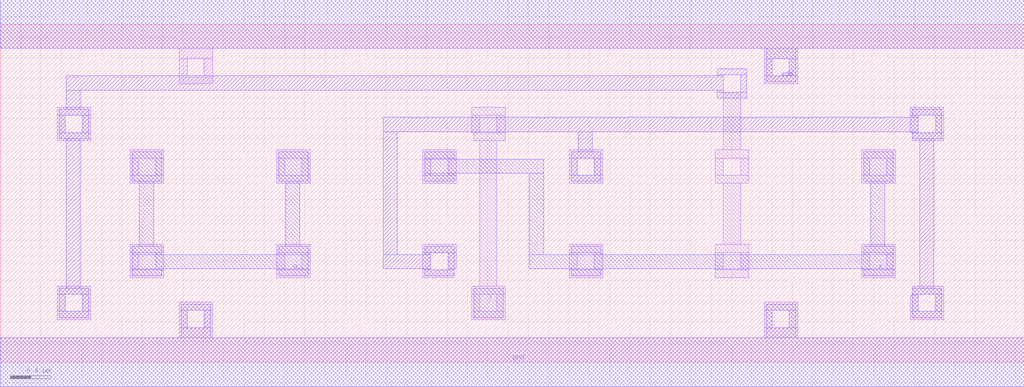
<source format=lef>
VERSION 5.7 ;
  NOWIREEXTENSIONATPIN ON ;
  DIVIDERCHAR "/" ;
  BUSBITCHARS "[]" ;
MACRO XNOR2X1
  CLASS CORE ;
  FOREIGN XNOR2X1 ;
  ORIGIN 0.000 0.000 ;
  SIZE 10.080 BY 3.330 ;
  SYMMETRY X Y R90 ;
  SITE unit ;
  PIN vdd
    DIRECTION INOUT ;
    USE POWER ;
    SHAPE ABUTMENT ;
    PORT
      LAYER met1 ;
        RECT 0.000 3.090 10.080 3.570 ;
        RECT 7.540 2.990 7.830 3.090 ;
        RECT 7.540 2.820 7.600 2.990 ;
        RECT 7.770 2.820 7.830 2.990 ;
        RECT 7.540 2.760 7.830 2.820 ;
    END
    PORT
      LAYER li1 ;
        RECT 0.000 3.090 10.080 3.570 ;
        RECT 1.760 2.990 2.090 3.090 ;
        RECT 1.760 2.820 1.840 2.990 ;
        RECT 2.010 2.820 2.090 2.990 ;
        RECT 1.760 2.740 2.090 2.820 ;
        RECT 7.520 2.990 7.850 3.090 ;
        RECT 7.520 2.820 7.600 2.990 ;
        RECT 7.770 2.820 7.850 2.990 ;
        RECT 7.520 2.740 7.850 2.820 ;
    END
  END vdd
  PIN gnd
    DIRECTION INOUT ;
    USE GROUND ;
    SHAPE ABUTMENT ;
    PORT
      LAYER met1 ;
        RECT 1.780 0.510 2.070 0.570 ;
        RECT 1.780 0.340 1.840 0.510 ;
        RECT 2.010 0.340 2.070 0.510 ;
        RECT 1.780 0.240 2.070 0.340 ;
        RECT 7.540 0.510 7.830 0.570 ;
        RECT 7.540 0.340 7.600 0.510 ;
        RECT 7.770 0.340 7.830 0.510 ;
        RECT 7.540 0.240 7.830 0.340 ;
        RECT 0.000 -0.240 10.080 0.240 ;
    END
    PORT
      LAYER li1 ;
        RECT 1.760 0.510 2.090 0.590 ;
        RECT 1.760 0.340 1.840 0.510 ;
        RECT 2.010 0.340 2.090 0.510 ;
        RECT 1.760 0.240 2.090 0.340 ;
        RECT 7.520 0.510 7.850 0.590 ;
        RECT 7.520 0.340 7.600 0.510 ;
        RECT 7.770 0.340 7.850 0.510 ;
        RECT 7.520 0.240 7.850 0.340 ;
        RECT 0.000 -0.240 10.080 0.240 ;
    END
  END gnd
  PIN Y
    DIRECTION INOUT ;
    USE SIGNAL ;
    SHAPE ABUTMENT ;
    PORT
      LAYER met1 ;
        RECT 4.660 0.440 4.950 0.730 ;
    END
  END Y
  PIN B
    DIRECTION INOUT ;
    USE SIGNAL ;
    SHAPE ABUTMENT ;
    PORT
      LAYER met1 ;
        RECT 1.300 1.780 1.590 2.070 ;
        RECT 2.740 1.780 3.030 2.070 ;
        RECT 1.370 1.140 1.510 1.780 ;
        RECT 2.810 1.140 2.950 1.780 ;
        RECT 1.300 1.060 1.590 1.140 ;
        RECT 2.740 1.060 3.030 1.140 ;
        RECT 1.300 0.920 3.030 1.060 ;
        RECT 1.300 0.850 1.590 0.920 ;
        RECT 2.740 0.850 3.030 0.920 ;
    END
  END B
  PIN A
    DIRECTION INOUT ;
    USE SIGNAL ;
    SHAPE ABUTMENT ;
    PORT
      LAYER met1 ;
        RECT 4.180 2.000 4.470 2.070 ;
        RECT 4.180 1.860 5.350 2.000 ;
        RECT 4.180 1.780 4.470 1.860 ;
        RECT 5.210 1.060 5.350 1.860 ;
        RECT 8.500 1.780 8.790 2.070 ;
        RECT 8.570 1.140 8.710 1.780 ;
        RECT 5.620 1.060 5.910 1.140 ;
        RECT 8.500 1.060 8.790 1.140 ;
        RECT 5.210 0.920 8.790 1.060 ;
        RECT 5.620 0.850 5.910 0.920 ;
        RECT 8.500 0.850 8.790 0.920 ;
    END
  END A
  OBS
      LAYER li1 ;
        RECT 0.560 2.430 0.890 2.510 ;
        RECT 0.560 2.260 0.640 2.430 ;
        RECT 0.810 2.260 0.890 2.430 ;
        RECT 4.640 2.430 4.970 2.510 ;
        RECT 4.640 2.260 4.720 2.430 ;
        RECT 4.890 2.260 4.970 2.430 ;
        RECT 0.560 2.180 0.890 2.260 ;
        RECT 4.660 2.180 4.970 2.260 ;
        RECT 1.280 2.010 1.610 2.090 ;
        RECT 1.280 1.840 1.360 2.010 ;
        RECT 1.530 1.840 1.610 2.010 ;
        RECT 1.280 1.760 1.610 1.840 ;
        RECT 2.720 2.010 3.050 2.090 ;
        RECT 2.720 1.840 2.800 2.010 ;
        RECT 2.970 1.840 3.050 2.010 ;
        RECT 2.720 1.760 3.050 1.840 ;
        RECT 4.160 2.010 4.490 2.090 ;
        RECT 4.160 1.840 4.240 2.010 ;
        RECT 4.410 1.840 4.490 2.010 ;
        RECT 4.160 1.760 4.490 1.840 ;
        RECT 1.280 1.080 1.610 1.160 ;
        RECT 1.280 0.910 1.360 1.080 ;
        RECT 1.530 0.910 1.610 1.080 ;
        RECT 1.280 0.830 1.610 0.910 ;
        RECT 2.720 1.080 3.050 1.160 ;
        RECT 2.720 0.910 2.800 1.080 ;
        RECT 2.970 0.910 3.050 1.080 ;
        RECT 2.720 0.830 3.050 0.910 ;
        RECT 4.160 1.080 4.490 1.160 ;
        RECT 4.160 0.910 4.240 1.080 ;
        RECT 4.410 0.920 4.490 1.080 ;
        RECT 4.410 0.910 4.470 0.920 ;
        RECT 4.160 0.830 4.470 0.910 ;
        RECT 4.720 0.750 4.890 2.180 ;
        RECT 7.120 2.090 7.290 2.660 ;
        RECT 8.960 2.430 9.290 2.510 ;
        RECT 8.960 2.260 9.040 2.430 ;
        RECT 9.210 2.260 9.290 2.430 ;
        RECT 8.980 2.180 9.290 2.260 ;
        RECT 5.600 2.010 5.930 2.090 ;
        RECT 5.600 1.840 5.680 2.010 ;
        RECT 5.850 1.840 5.930 2.010 ;
        RECT 5.600 1.760 5.930 1.840 ;
        RECT 7.040 2.010 7.370 2.090 ;
        RECT 7.040 1.840 7.120 2.010 ;
        RECT 7.290 1.840 7.370 2.010 ;
        RECT 7.040 1.760 7.370 1.840 ;
        RECT 8.480 2.010 8.810 2.090 ;
        RECT 8.480 1.840 8.560 2.010 ;
        RECT 8.730 1.840 8.810 2.010 ;
        RECT 8.480 1.760 8.810 1.840 ;
        RECT 7.120 1.160 7.290 1.760 ;
        RECT 5.600 1.080 5.930 1.160 ;
        RECT 5.600 0.910 5.680 1.080 ;
        RECT 5.850 0.910 5.930 1.080 ;
        RECT 5.600 0.830 5.930 0.910 ;
        RECT 7.040 1.080 7.370 1.160 ;
        RECT 7.040 0.910 7.120 1.080 ;
        RECT 7.290 0.910 7.370 1.080 ;
        RECT 7.040 0.830 7.370 0.910 ;
        RECT 8.480 1.080 8.810 1.160 ;
        RECT 8.480 0.910 8.560 1.080 ;
        RECT 8.730 0.910 8.810 1.080 ;
        RECT 8.480 0.830 8.810 0.910 ;
        RECT 0.560 0.670 0.890 0.750 ;
        RECT 0.560 0.500 0.640 0.670 ;
        RECT 0.810 0.500 0.890 0.670 ;
        RECT 0.560 0.420 0.890 0.500 ;
        RECT 4.640 0.670 4.970 0.750 ;
        RECT 4.640 0.500 4.720 0.670 ;
        RECT 4.890 0.500 4.970 0.670 ;
        RECT 8.980 0.670 9.290 0.750 ;
        RECT 8.980 0.660 9.040 0.670 ;
        RECT 4.640 0.420 4.970 0.500 ;
        RECT 8.960 0.500 9.040 0.660 ;
        RECT 9.210 0.500 9.290 0.670 ;
        RECT 8.960 0.420 9.290 0.500 ;
      LAYER met1 ;
        RECT 7.060 2.830 7.350 2.890 ;
        RECT 7.060 2.820 7.120 2.830 ;
        RECT 0.650 2.680 7.120 2.820 ;
        RECT 0.650 2.490 0.790 2.680 ;
        RECT 7.060 2.660 7.120 2.680 ;
        RECT 7.290 2.660 7.350 2.830 ;
        RECT 7.060 2.600 7.350 2.660 ;
        RECT 0.580 2.430 0.870 2.490 ;
        RECT 0.580 2.260 0.640 2.430 ;
        RECT 0.810 2.260 0.870 2.430 ;
        RECT 8.980 2.430 9.270 2.490 ;
        RECT 8.980 2.410 9.040 2.430 ;
        RECT 0.580 2.200 0.870 2.260 ;
        RECT 3.770 2.270 9.040 2.410 ;
        RECT 0.650 0.730 0.790 2.200 ;
        RECT 3.770 1.060 3.910 2.270 ;
        RECT 5.690 2.070 5.830 2.270 ;
        RECT 8.980 2.260 9.040 2.270 ;
        RECT 9.210 2.260 9.270 2.430 ;
        RECT 8.980 2.200 9.270 2.260 ;
        RECT 5.620 2.010 5.910 2.070 ;
        RECT 5.620 1.840 5.680 2.010 ;
        RECT 5.850 1.840 5.910 2.010 ;
        RECT 5.620 1.780 5.910 1.840 ;
        RECT 4.180 1.080 4.470 1.140 ;
        RECT 4.180 1.060 4.240 1.080 ;
        RECT 3.770 0.920 4.240 1.060 ;
        RECT 4.180 0.910 4.240 0.920 ;
        RECT 4.410 0.910 4.470 1.080 ;
        RECT 4.180 0.850 4.470 0.910 ;
        RECT 9.050 0.730 9.190 2.200 ;
        RECT 0.580 0.670 0.870 0.730 ;
        RECT 0.580 0.500 0.640 0.670 ;
        RECT 0.810 0.500 0.870 0.670 ;
        RECT 0.580 0.440 0.870 0.500 ;
        RECT 8.980 0.670 9.270 0.730 ;
        RECT 8.980 0.500 9.040 0.670 ;
        RECT 9.210 0.500 9.270 0.670 ;
        RECT 8.980 0.440 9.270 0.500 ;
  END
END XNOR2X1
END LIBRARY


</source>
